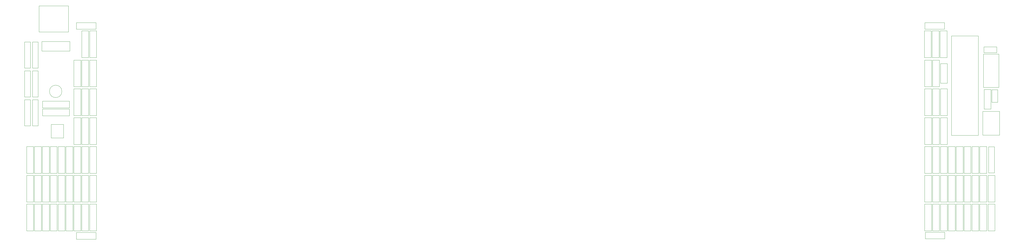
<source format=gbr>
%TF.GenerationSoftware,KiCad,Pcbnew,9.0.0*%
%TF.CreationDate,2025-03-29T22:01:34+01:00*%
%TF.ProjectId,orthgyle,6f727468-6779-46c6-952e-6b696361645f,1*%
%TF.SameCoordinates,Original*%
%TF.FileFunction,Other,User*%
%FSLAX46Y46*%
G04 Gerber Fmt 4.6, Leading zero omitted, Abs format (unit mm)*
G04 Created by KiCad (PCBNEW 9.0.0) date 2025-03-29 22:01:34*
%MOMM*%
%LPD*%
G01*
G04 APERTURE LIST*
%ADD10C,0.050000*%
G04 APERTURE END LIST*
D10*
X35064215Y-142897167D02*
X35064215Y-152617167D01*
X35064215Y-152617167D02*
X37564215Y-152617167D01*
X37564215Y-142897167D02*
X35064215Y-142897167D01*
X37564215Y-152617167D02*
X37564215Y-142897167D01*
X375107447Y-153374659D02*
X375107447Y-163094659D01*
X375107447Y-163094659D02*
X377607447Y-163094659D01*
X377607447Y-153374659D02*
X375107447Y-153374659D01*
X377607447Y-163094659D02*
X377607447Y-153374659D01*
X46494947Y-163852159D02*
X46494947Y-173572159D01*
X46494947Y-173572159D02*
X48994947Y-173572159D01*
X48994947Y-163852159D02*
X46494947Y-163852159D01*
X48994947Y-173572159D02*
X48994947Y-163852159D01*
X383799742Y-153374727D02*
X383799742Y-163094727D01*
X383799742Y-163094727D02*
X386299742Y-163094727D01*
X386299742Y-153374727D02*
X383799742Y-153374727D01*
X386299742Y-163094727D02*
X386299742Y-153374727D01*
X49351811Y-142897167D02*
X49351811Y-152617167D01*
X49351811Y-152617167D02*
X51851811Y-152617167D01*
X51851811Y-142897167D02*
X49351811Y-142897167D01*
X51851811Y-152617167D02*
X51851811Y-142897167D01*
X363678095Y-163852255D02*
X363678095Y-173572255D01*
X363678095Y-173572255D02*
X366178095Y-173572255D01*
X366178095Y-163852255D02*
X363678095Y-163852255D01*
X366178095Y-173572255D02*
X366178095Y-163852255D01*
X52209311Y-142897167D02*
X52209311Y-152617167D01*
X52209311Y-152617167D02*
X54709311Y-152617167D01*
X54709311Y-142897167D02*
X52209311Y-142897167D01*
X54709311Y-152617167D02*
X54709311Y-142897167D01*
X52209287Y-111464659D02*
X52209287Y-121184659D01*
X52209287Y-121184659D02*
X54709287Y-121184659D01*
X54709287Y-111464659D02*
X52209287Y-111464659D01*
X54709287Y-121184659D02*
X54709287Y-111464659D01*
X382420986Y-122180528D02*
X382420986Y-129280528D01*
X382420986Y-129280528D02*
X384820986Y-129280528D01*
X384820986Y-122180528D02*
X382420986Y-122180528D01*
X384820986Y-129280528D02*
X384820986Y-122180528D01*
X380823167Y-163852255D02*
X380823167Y-173572255D01*
X380823167Y-173572255D02*
X383323167Y-173572255D01*
X383323167Y-163852255D02*
X380823167Y-163852255D01*
X383323167Y-173572255D02*
X383323167Y-163852255D01*
X57924311Y-121942079D02*
X57924311Y-131662079D01*
X57924311Y-131662079D02*
X60424311Y-131662079D01*
X60424311Y-121942079D02*
X57924311Y-121942079D01*
X60424311Y-131662079D02*
X60424311Y-121942079D01*
X46494299Y-153374627D02*
X46494299Y-163094627D01*
X46494299Y-163094627D02*
X48994299Y-163094627D01*
X48994299Y-153374627D02*
X46494299Y-153374627D01*
X48994299Y-163094627D02*
X48994299Y-153374627D01*
X37921727Y-163852255D02*
X37921727Y-173572255D01*
X37921727Y-173572255D02*
X40421727Y-173572255D01*
X40421727Y-163852255D02*
X37921727Y-163852255D01*
X40421727Y-173572255D02*
X40421727Y-163852255D01*
X363677447Y-142897159D02*
X363677447Y-152617159D01*
X363677447Y-152617159D02*
X366177447Y-152617159D01*
X366177447Y-142897159D02*
X363677447Y-142897159D01*
X366177447Y-152617159D02*
X366177447Y-142897159D01*
X360819947Y-111464659D02*
X360819947Y-121184659D01*
X360819947Y-121184659D02*
X363319947Y-121184659D01*
X363319947Y-111464659D02*
X360819947Y-111464659D01*
X363319947Y-121184659D02*
X363319947Y-111464659D01*
X382332447Y-106702159D02*
X382332447Y-108802159D01*
X382332447Y-108802159D02*
X386932447Y-108802159D01*
X386932447Y-106702159D02*
X382332447Y-106702159D01*
X386932447Y-108802159D02*
X386932447Y-106702159D01*
X57924311Y-132419623D02*
X57924311Y-142139623D01*
X57924311Y-142139623D02*
X60424311Y-142139623D01*
X60424311Y-132419623D02*
X57924311Y-132419623D01*
X60424311Y-142139623D02*
X60424311Y-132419623D01*
X40779947Y-163852159D02*
X40779947Y-173572159D01*
X40779947Y-173572159D02*
X43279947Y-173572159D01*
X43279947Y-163852159D02*
X40779947Y-163852159D01*
X43279947Y-173572159D02*
X43279947Y-163852159D01*
X34312447Y-104897159D02*
X34312447Y-114417159D01*
X34312447Y-114417159D02*
X36412447Y-114417159D01*
X36412447Y-104897159D02*
X34312447Y-104897159D01*
X36412447Y-114417159D02*
X36412447Y-104897159D01*
X380822447Y-153374659D02*
X380822447Y-163094659D01*
X380822447Y-163094659D02*
X383322447Y-163094659D01*
X383322447Y-153374659D02*
X380822447Y-153374659D01*
X383322447Y-163094659D02*
X383322447Y-153374659D01*
X366535595Y-163852255D02*
X366535595Y-173572255D01*
X366535595Y-173572255D02*
X369035595Y-173572255D01*
X369035595Y-163852255D02*
X366535595Y-163852255D01*
X369035595Y-173572255D02*
X369035595Y-163852255D01*
X55066799Y-111464535D02*
X55066799Y-121184535D01*
X55066799Y-121184535D02*
X57566799Y-121184535D01*
X57566799Y-111464535D02*
X55066799Y-111464535D01*
X57566799Y-121184535D02*
X57566799Y-111464535D01*
X37921727Y-142897167D02*
X37921727Y-152617167D01*
X37921727Y-152617167D02*
X40421727Y-152617167D01*
X40421727Y-142897167D02*
X37921727Y-142897167D01*
X40421727Y-152617167D02*
X40421727Y-142897167D01*
X43637447Y-163852159D02*
X43637447Y-173572159D01*
X43637447Y-173572159D02*
X46137447Y-173572159D01*
X46137447Y-163852159D02*
X43637447Y-163852159D01*
X46137447Y-173572159D02*
X46137447Y-163852159D01*
X49351799Y-153374627D02*
X49351799Y-163094627D01*
X49351799Y-163094627D02*
X51851799Y-163094627D01*
X51851799Y-153374627D02*
X49351799Y-153374627D01*
X51851799Y-163094627D02*
X51851799Y-153374627D01*
X366585607Y-112774874D02*
X366585607Y-119874874D01*
X366585607Y-119874874D02*
X368985607Y-119874874D01*
X368985607Y-112774874D02*
X366585607Y-112774874D01*
X368985607Y-119874874D02*
X368985607Y-112774874D01*
X382129947Y-109322159D02*
X382129947Y-121422159D01*
X382129947Y-121422159D02*
X387729947Y-121422159D01*
X387729947Y-109322159D02*
X382129947Y-109322159D01*
X387729947Y-121422159D02*
X387729947Y-109322159D01*
X43636799Y-153374627D02*
X43636799Y-163094627D01*
X43636799Y-163094627D02*
X46136799Y-163094627D01*
X46136799Y-153374627D02*
X43636799Y-153374627D01*
X46136799Y-163094627D02*
X46136799Y-153374627D01*
X57924311Y-142897167D02*
X57924311Y-152617167D01*
X57924311Y-152617167D02*
X60424311Y-152617167D01*
X60424311Y-142897167D02*
X57924311Y-142897167D01*
X60424311Y-152617167D02*
X60424311Y-142897167D01*
X360819947Y-153374659D02*
X360819947Y-163094659D01*
X360819947Y-163094659D02*
X363319947Y-163094659D01*
X363319947Y-153374659D02*
X360819947Y-153374659D01*
X363319947Y-163094659D02*
X363319947Y-153374659D01*
X35064227Y-163852255D02*
X35064227Y-173572255D01*
X35064227Y-173572255D02*
X37564227Y-173572255D01*
X37564227Y-163852255D02*
X35064227Y-163852255D01*
X37564227Y-173572255D02*
X37564227Y-163852255D01*
X37921727Y-153374711D02*
X37921727Y-163094711D01*
X37921727Y-163094711D02*
X40421727Y-163094711D01*
X40421727Y-153374711D02*
X37921727Y-153374711D01*
X40421727Y-163094711D02*
X40421727Y-153374711D01*
X360900000Y-97860000D02*
X360900000Y-100260000D01*
X360900000Y-100260000D02*
X368000000Y-100260000D01*
X368000000Y-97860000D02*
X360900000Y-97860000D01*
X368000000Y-100260000D02*
X368000000Y-97860000D01*
X366534947Y-153374659D02*
X366534947Y-163094659D01*
X366534947Y-163094659D02*
X369034947Y-163094659D01*
X369034947Y-153374659D02*
X366534947Y-153374659D01*
X369034947Y-163094659D02*
X369034947Y-153374659D01*
X363677447Y-111464659D02*
X363677447Y-121184659D01*
X363677447Y-121184659D02*
X366177447Y-121184659D01*
X366177447Y-111464659D02*
X363677447Y-111464659D01*
X366177447Y-121184659D02*
X366177447Y-111464659D01*
X34312447Y-125852159D02*
X34312447Y-135372159D01*
X34312447Y-135372159D02*
X36412447Y-135372159D01*
X36412447Y-125852159D02*
X34312447Y-125852159D01*
X36412447Y-135372159D02*
X36412447Y-125852159D01*
X57924947Y-163852159D02*
X57924947Y-173572159D01*
X57924947Y-173572159D02*
X60424947Y-173572159D01*
X60424947Y-163852159D02*
X57924947Y-163852159D01*
X60424947Y-173572159D02*
X60424947Y-163852159D01*
X366534947Y-132419659D02*
X366534947Y-142139659D01*
X366534947Y-142139659D02*
X369034947Y-142139659D01*
X369034947Y-132419659D02*
X366534947Y-132419659D01*
X369034947Y-142139659D02*
X369034947Y-132419659D01*
X40860000Y-129242500D02*
X40860000Y-131742500D01*
X40860000Y-131742500D02*
X50580000Y-131742500D01*
X50580000Y-129242500D02*
X40860000Y-129242500D01*
X50580000Y-131742500D02*
X50580000Y-129242500D01*
X360819947Y-121942159D02*
X360819947Y-131662159D01*
X360819947Y-131662159D02*
X363319947Y-131662159D01*
X363319947Y-121942159D02*
X360819947Y-121942159D01*
X363319947Y-131662159D02*
X363319947Y-121942159D01*
X57924311Y-153374727D02*
X57924311Y-163094727D01*
X57924311Y-163094727D02*
X60424311Y-163094727D01*
X60424311Y-153374727D02*
X57924311Y-153374727D01*
X60424311Y-163094727D02*
X60424311Y-153374727D01*
X55066799Y-132419623D02*
X55066799Y-142139623D01*
X55066799Y-142139623D02*
X57566799Y-142139623D01*
X57566799Y-132419623D02*
X55066799Y-132419623D01*
X57566799Y-142139623D02*
X57566799Y-132419623D01*
X55066811Y-142897167D02*
X55066811Y-152617167D01*
X55066811Y-152617167D02*
X57566811Y-152617167D01*
X57566811Y-142897167D02*
X55066811Y-142897167D01*
X57566811Y-152617167D02*
X57566811Y-142897167D01*
X37169947Y-125852159D02*
X37169947Y-135372159D01*
X37169947Y-135372159D02*
X39269947Y-135372159D01*
X39269947Y-125852159D02*
X37169947Y-125852159D01*
X39269947Y-135372159D02*
X39269947Y-125852159D01*
X39590499Y-101230000D02*
X39590499Y-91810000D01*
X50230499Y-91810000D02*
X39590499Y-91810000D01*
X50230499Y-101230000D02*
X39590499Y-101230000D01*
X50230499Y-101230000D02*
X50230499Y-91810000D01*
X43946250Y-134888750D02*
X43946250Y-139738750D01*
X43946250Y-139738750D02*
X48446250Y-139738750D01*
X48446250Y-134888750D02*
X43946250Y-134888750D01*
X48446250Y-139738750D02*
X48446250Y-134888750D01*
X46494311Y-142897167D02*
X46494311Y-152617167D01*
X46494311Y-152617167D02*
X48994311Y-152617167D01*
X48994311Y-142897167D02*
X46494311Y-142897167D01*
X48994311Y-152617167D02*
X48994311Y-142897167D01*
X360819947Y-132419659D02*
X360819947Y-142139659D01*
X360819947Y-142139659D02*
X363319947Y-142139659D01*
X363319947Y-132419659D02*
X360819947Y-132419659D01*
X363319947Y-142139659D02*
X363319947Y-132419659D01*
X377964947Y-153374659D02*
X377964947Y-163094659D01*
X377964947Y-163094659D02*
X380464947Y-163094659D01*
X380464947Y-153374659D02*
X377964947Y-153374659D01*
X380464947Y-163094659D02*
X380464947Y-153374659D01*
X369393095Y-163852255D02*
X369393095Y-173572255D01*
X369393095Y-173572255D02*
X371893095Y-173572255D01*
X371893095Y-163852255D02*
X369393095Y-163852255D01*
X371893095Y-173572255D02*
X371893095Y-163852255D01*
X363677447Y-132419659D02*
X363677447Y-142139659D01*
X363677447Y-142139659D02*
X366177447Y-142139659D01*
X366177447Y-132419659D02*
X363677447Y-132419659D01*
X366177447Y-142139659D02*
X366177447Y-132419659D01*
X55066799Y-121942079D02*
X55066799Y-131662079D01*
X55066799Y-131662079D02*
X57566799Y-131662079D01*
X57566799Y-121942079D02*
X55066799Y-121942079D01*
X57566799Y-131662079D02*
X57566799Y-121942079D01*
X57924311Y-111464535D02*
X57924311Y-121184535D01*
X57924311Y-121184535D02*
X60424311Y-121184535D01*
X60424311Y-111464535D02*
X57924311Y-111464535D01*
X60424311Y-121184535D02*
X60424311Y-111464535D01*
X369392447Y-142897159D02*
X369392447Y-152617159D01*
X369392447Y-152617159D02*
X371892447Y-152617159D01*
X371892447Y-142897159D02*
X369392447Y-142897159D01*
X371892447Y-152617159D02*
X371892447Y-142897159D01*
X385190372Y-122239898D02*
X385190372Y-126839898D01*
X385190372Y-126839898D02*
X387290372Y-126839898D01*
X387290372Y-122239898D02*
X385190372Y-122239898D01*
X387290372Y-126839898D02*
X387290372Y-122239898D01*
X49352447Y-163852159D02*
X49352447Y-173572159D01*
X49352447Y-173572159D02*
X51852447Y-173572159D01*
X51852447Y-163852159D02*
X49352447Y-163852159D01*
X51852447Y-173572159D02*
X51852447Y-163852159D01*
X380822447Y-142897159D02*
X380822447Y-152617159D01*
X380822447Y-152617159D02*
X383322447Y-152617159D01*
X383322447Y-142897159D02*
X380822447Y-142897159D01*
X383322447Y-152617159D02*
X383322447Y-142897159D01*
X369392447Y-153374659D02*
X369392447Y-163094659D01*
X369392447Y-163094659D02*
X371892447Y-163094659D01*
X371892447Y-153374659D02*
X369392447Y-153374659D01*
X371892447Y-163094659D02*
X371892447Y-153374659D01*
X375107447Y-142897159D02*
X375107447Y-152617159D01*
X375107447Y-152617159D02*
X377607447Y-152617159D01*
X377607447Y-142897159D02*
X375107447Y-142897159D01*
X377607447Y-152617159D02*
X377607447Y-142897159D01*
X52209287Y-132419623D02*
X52209287Y-142139623D01*
X52209287Y-142139623D02*
X54709287Y-142139623D01*
X54709287Y-132419623D02*
X52209287Y-132419623D01*
X54709287Y-142139623D02*
X54709287Y-132419623D01*
X52209287Y-121942079D02*
X52209287Y-131662079D01*
X52209287Y-131662079D02*
X54709287Y-131662079D01*
X54709287Y-121942079D02*
X52209287Y-121942079D01*
X54709287Y-131662079D02*
X54709287Y-121942079D01*
X372249947Y-142897159D02*
X372249947Y-152617159D01*
X372249947Y-152617159D02*
X374749947Y-152617159D01*
X374749947Y-142897159D02*
X372249947Y-142897159D01*
X374749947Y-152617159D02*
X374749947Y-142897159D01*
X55067447Y-163852159D02*
X55067447Y-173572159D01*
X55067447Y-173572159D02*
X57567447Y-173572159D01*
X57567447Y-163852159D02*
X55067447Y-163852159D01*
X57567447Y-173572159D02*
X57567447Y-163852159D01*
X35064215Y-153374711D02*
X35064215Y-163094711D01*
X35064215Y-163094711D02*
X37564215Y-163094711D01*
X37564215Y-153374711D02*
X35064215Y-153374711D01*
X37564215Y-163094711D02*
X37564215Y-153374711D01*
X366415000Y-100867500D02*
X366415000Y-110587500D01*
X366415000Y-110587500D02*
X368915000Y-110587500D01*
X368915000Y-100867500D02*
X366415000Y-100867500D01*
X368915000Y-110587500D02*
X368915000Y-100867500D01*
X361020583Y-174060000D02*
X361020583Y-176460000D01*
X361020583Y-176460000D02*
X368120583Y-176460000D01*
X368120583Y-174060000D02*
X361020583Y-174060000D01*
X368120583Y-176460000D02*
X368120583Y-174060000D01*
X360819947Y-142897159D02*
X360819947Y-152617159D01*
X360819947Y-152617159D02*
X363319947Y-152617159D01*
X363319947Y-142897159D02*
X360819947Y-142897159D01*
X363319947Y-152617159D02*
X363319947Y-142897159D01*
X55066799Y-153374627D02*
X55066799Y-163094627D01*
X55066799Y-163094627D02*
X57566799Y-163094627D01*
X57566799Y-153374627D02*
X55066799Y-153374627D01*
X57566799Y-163094627D02*
X57566799Y-153374627D01*
X383999742Y-142997167D02*
X383999742Y-152517167D01*
X383999742Y-152517167D02*
X386099742Y-152517167D01*
X386099742Y-142997167D02*
X383999742Y-142997167D01*
X386099742Y-152517167D02*
X386099742Y-142997167D01*
X372249947Y-153374659D02*
X372249947Y-163094659D01*
X372249947Y-163094659D02*
X374749947Y-163094659D01*
X374749947Y-153374659D02*
X372249947Y-153374659D01*
X374749947Y-163094659D02*
X374749947Y-153374659D01*
X360700000Y-100867500D02*
X360700000Y-110587500D01*
X360700000Y-110587500D02*
X363200000Y-110587500D01*
X363200000Y-100867500D02*
X360700000Y-100867500D01*
X363200000Y-110587500D02*
X363200000Y-100867500D01*
X363557500Y-100867500D02*
X363557500Y-110587500D01*
X363557500Y-110587500D02*
X366057500Y-110587500D01*
X366057500Y-100867500D02*
X363557500Y-100867500D01*
X366057500Y-110587500D02*
X366057500Y-100867500D01*
X360820583Y-163852159D02*
X360820583Y-173572159D01*
X360820583Y-173572159D02*
X363320583Y-173572159D01*
X363320583Y-163852159D02*
X360820583Y-163852159D01*
X363320583Y-173572159D02*
X363320583Y-163852159D01*
X363677447Y-153374659D02*
X363677447Y-163094659D01*
X363677447Y-163094659D02*
X366177447Y-163094659D01*
X366177447Y-153374659D02*
X363677447Y-153374659D01*
X366177447Y-163094659D02*
X366177447Y-153374659D01*
X375108095Y-163852255D02*
X375108095Y-173572255D01*
X375108095Y-173572255D02*
X377608095Y-173572255D01*
X377608095Y-163852255D02*
X375108095Y-163852255D01*
X377608095Y-173572255D02*
X377608095Y-163852255D01*
X377964947Y-142897159D02*
X377964947Y-152617159D01*
X377964947Y-152617159D02*
X380464947Y-152617159D01*
X380464947Y-142897159D02*
X377964947Y-142897159D01*
X380464947Y-152617159D02*
X380464947Y-142897159D01*
X52209947Y-163852159D02*
X52209947Y-173572159D01*
X52209947Y-173572159D02*
X54709947Y-173572159D01*
X54709947Y-163852159D02*
X52209947Y-163852159D01*
X54709947Y-173572159D02*
X54709947Y-163852159D01*
X40571155Y-104697007D02*
X40571155Y-108197007D01*
X40571155Y-108197007D02*
X50771155Y-108197007D01*
X50771155Y-104697007D02*
X40571155Y-104697007D01*
X50771155Y-108197007D02*
X50771155Y-104697007D01*
X34312447Y-115374659D02*
X34312447Y-124894659D01*
X34312447Y-124894659D02*
X36412447Y-124894659D01*
X36412447Y-115374659D02*
X34312447Y-115374659D01*
X36412447Y-124894659D02*
X36412447Y-115374659D01*
X381854947Y-130097159D02*
X381854947Y-138747159D01*
X381854947Y-138747159D02*
X388004947Y-138747159D01*
X388004947Y-130097159D02*
X381854947Y-130097159D01*
X388004947Y-138747159D02*
X388004947Y-130097159D01*
X57924311Y-100867928D02*
X57924311Y-110587928D01*
X57924311Y-110587928D02*
X60424311Y-110587928D01*
X60424311Y-100867928D02*
X57924311Y-100867928D01*
X60424311Y-110587928D02*
X60424311Y-100867928D01*
X37169947Y-115374659D02*
X37169947Y-124894659D01*
X37169947Y-124894659D02*
X39269947Y-124894659D01*
X39269947Y-115374659D02*
X37169947Y-115374659D01*
X39269947Y-124894659D02*
X39269947Y-115374659D01*
X40860000Y-126385000D02*
X40860000Y-128885000D01*
X40860000Y-128885000D02*
X50580000Y-128885000D01*
X50580000Y-126385000D02*
X40860000Y-126385000D01*
X50580000Y-128885000D02*
X50580000Y-126385000D01*
X383799742Y-163852255D02*
X383799742Y-173572255D01*
X383799742Y-173572255D02*
X386299742Y-173572255D01*
X386299742Y-163852255D02*
X383799742Y-163852255D01*
X386299742Y-173572255D02*
X386299742Y-163852255D01*
X377965595Y-163852255D02*
X377965595Y-173572255D01*
X377965595Y-173572255D02*
X380465595Y-173572255D01*
X380465595Y-163852255D02*
X377965595Y-163852255D01*
X380465595Y-173572255D02*
X380465595Y-163852255D01*
X40779239Y-142897167D02*
X40779239Y-152617167D01*
X40779239Y-152617167D02*
X43279239Y-152617167D01*
X43279239Y-142897167D02*
X40779239Y-142897167D01*
X43279239Y-152617167D02*
X43279239Y-142897167D01*
X370514947Y-102729659D02*
X370514947Y-138829659D01*
X370514947Y-138829659D02*
X380314947Y-138829659D01*
X380314947Y-102729659D02*
X370514947Y-102729659D01*
X380314947Y-138829659D02*
X380314947Y-102729659D01*
X53132000Y-97860000D02*
X53132000Y-100260000D01*
X53132000Y-100260000D02*
X60232000Y-100260000D01*
X60232000Y-97860000D02*
X53132000Y-97860000D01*
X60232000Y-100260000D02*
X60232000Y-97860000D01*
X40779239Y-153374711D02*
X40779239Y-163094711D01*
X40779239Y-163094711D02*
X43279239Y-163094711D01*
X43279239Y-153374711D02*
X40779239Y-153374711D01*
X43279239Y-163094711D02*
X43279239Y-153374711D01*
X43636751Y-142897167D02*
X43636751Y-152617167D01*
X43636751Y-152617167D02*
X46136751Y-152617167D01*
X46136751Y-142897167D02*
X43636751Y-142897167D01*
X46136751Y-152617167D02*
X46136751Y-142897167D01*
X53124311Y-174179799D02*
X53124311Y-176579799D01*
X53124311Y-176579799D02*
X60224311Y-176579799D01*
X60224311Y-174179799D02*
X53124311Y-174179799D01*
X60224311Y-176579799D02*
X60224311Y-174179799D01*
X37169947Y-104897159D02*
X37169947Y-114417159D01*
X37169947Y-114417159D02*
X39269947Y-114417159D01*
X39269947Y-104897159D02*
X37169947Y-104897159D01*
X39269947Y-114417159D02*
X39269947Y-104897159D01*
X363677447Y-121942159D02*
X363677447Y-131662159D01*
X363677447Y-131662159D02*
X366177447Y-131662159D01*
X366177447Y-121942159D02*
X363677447Y-121942159D01*
X366177447Y-131662159D02*
X366177447Y-121942159D01*
X52209299Y-153374627D02*
X52209299Y-163094627D01*
X52209299Y-163094627D02*
X54709299Y-163094627D01*
X54709299Y-153374627D02*
X52209299Y-153374627D01*
X54709299Y-163094627D02*
X54709299Y-153374627D01*
X372250595Y-163852255D02*
X372250595Y-173572255D01*
X372250595Y-173572255D02*
X374750595Y-173572255D01*
X374750595Y-163852255D02*
X372250595Y-163852255D01*
X374750595Y-173572255D02*
X374750595Y-163852255D01*
X47887447Y-122872500D02*
G75*
G02*
X43387447Y-122872500I-2250000J0D01*
G01*
X43387447Y-122872500D02*
G75*
G02*
X47887447Y-122872500I2250000J0D01*
G01*
X366534947Y-121942159D02*
X366534947Y-131662159D01*
X366534947Y-131662159D02*
X369034947Y-131662159D01*
X369034947Y-121942159D02*
X366534947Y-121942159D01*
X369034947Y-131662159D02*
X369034947Y-121942159D01*
X366534947Y-142897159D02*
X366534947Y-152617159D01*
X366534947Y-152617159D02*
X369034947Y-152617159D01*
X369034947Y-142897159D02*
X366534947Y-142897159D01*
X369034947Y-152617159D02*
X369034947Y-142897159D01*
X55066799Y-100867928D02*
X55066799Y-110587928D01*
X55066799Y-110587928D02*
X57566799Y-110587928D01*
X57566799Y-100867928D02*
X55066799Y-100867928D01*
X57566799Y-110587928D02*
X57566799Y-100867928D01*
M02*

</source>
